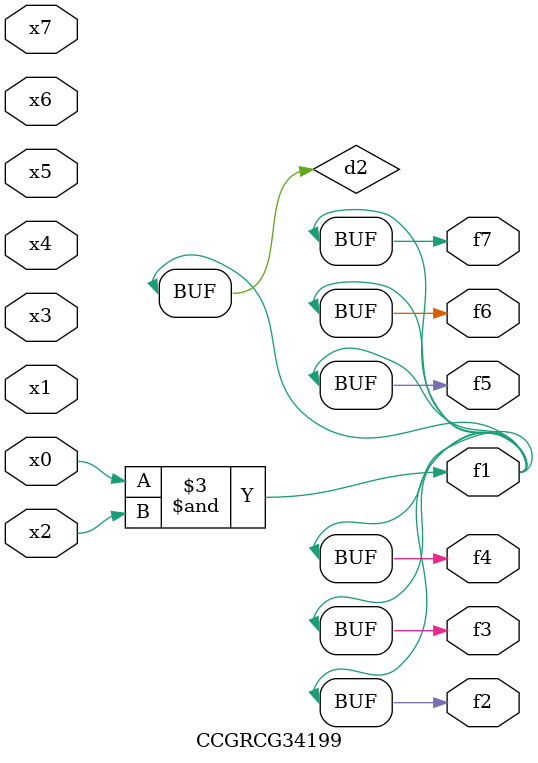
<source format=v>
module CCGRCG34199(
	input x0, x1, x2, x3, x4, x5, x6, x7,
	output f1, f2, f3, f4, f5, f6, f7
);

	wire d1, d2;

	nor (d1, x3, x6);
	and (d2, x0, x2);
	assign f1 = d2;
	assign f2 = d2;
	assign f3 = d2;
	assign f4 = d2;
	assign f5 = d2;
	assign f6 = d2;
	assign f7 = d2;
endmodule

</source>
